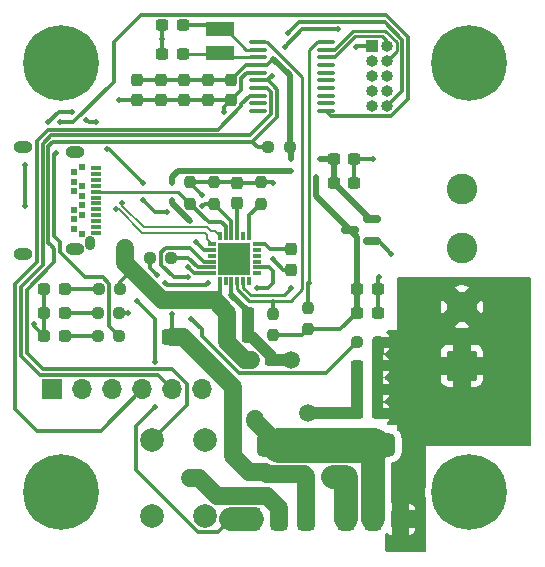
<source format=gbr>
%TF.GenerationSoftware,KiCad,Pcbnew,9.0.0*%
%TF.CreationDate,2025-07-23T16:42:47-04:00*%
%TF.ProjectId,USB_C_Simple_Trig,5553425f-435f-4536-996d-706c655f5472,rev?*%
%TF.SameCoordinates,Original*%
%TF.FileFunction,Copper,L1,Top*%
%TF.FilePolarity,Positive*%
%FSLAX46Y46*%
G04 Gerber Fmt 4.6, Leading zero omitted, Abs format (unit mm)*
G04 Created by KiCad (PCBNEW 9.0.0) date 2025-07-23 16:42:47*
%MOMM*%
%LPD*%
G01*
G04 APERTURE LIST*
G04 Aperture macros list*
%AMRoundRect*
0 Rectangle with rounded corners*
0 $1 Rounding radius*
0 $2 $3 $4 $5 $6 $7 $8 $9 X,Y pos of 4 corners*
0 Add a 4 corners polygon primitive as box body*
4,1,4,$2,$3,$4,$5,$6,$7,$8,$9,$2,$3,0*
0 Add four circle primitives for the rounded corners*
1,1,$1+$1,$2,$3*
1,1,$1+$1,$4,$5*
1,1,$1+$1,$6,$7*
1,1,$1+$1,$8,$9*
0 Add four rect primitives between the rounded corners*
20,1,$1+$1,$2,$3,$4,$5,0*
20,1,$1+$1,$4,$5,$6,$7,0*
20,1,$1+$1,$6,$7,$8,$9,0*
20,1,$1+$1,$8,$9,$2,$3,0*%
G04 Aperture macros list end*
%TA.AperFunction,ComponentPad*%
%ADD10C,6.400000*%
%TD*%
%TA.AperFunction,SMDPad,CuDef*%
%ADD11RoundRect,0.237500X0.237500X-0.300000X0.237500X0.300000X-0.237500X0.300000X-0.237500X-0.300000X0*%
%TD*%
%TA.AperFunction,SMDPad,CuDef*%
%ADD12R,0.889000X0.304800*%
%TD*%
%TA.AperFunction,ComponentPad*%
%ADD13C,0.609600*%
%TD*%
%TA.AperFunction,ComponentPad*%
%ADD14O,1.600200X1.016000*%
%TD*%
%TA.AperFunction,ComponentPad*%
%ADD15O,0.914400X1.193800*%
%TD*%
%TA.AperFunction,SMDPad,CuDef*%
%ADD16RoundRect,0.250000X-0.625000X0.400000X-0.625000X-0.400000X0.625000X-0.400000X0.625000X0.400000X0*%
%TD*%
%TA.AperFunction,SMDPad,CuDef*%
%ADD17RoundRect,0.237500X-0.287500X-0.237500X0.287500X-0.237500X0.287500X0.237500X-0.287500X0.237500X0*%
%TD*%
%TA.AperFunction,SMDPad,CuDef*%
%ADD18RoundRect,0.237500X0.250000X0.237500X-0.250000X0.237500X-0.250000X-0.237500X0.250000X-0.237500X0*%
%TD*%
%TA.AperFunction,SMDPad,CuDef*%
%ADD19RoundRect,0.237500X-0.250000X-0.237500X0.250000X-0.237500X0.250000X0.237500X-0.250000X0.237500X0*%
%TD*%
%TA.AperFunction,SMDPad,CuDef*%
%ADD20RoundRect,0.237500X-0.300000X-0.237500X0.300000X-0.237500X0.300000X0.237500X-0.300000X0.237500X0*%
%TD*%
%TA.AperFunction,SMDPad,CuDef*%
%ADD21RoundRect,0.237500X0.237500X-0.250000X0.237500X0.250000X-0.237500X0.250000X-0.237500X-0.250000X0*%
%TD*%
%TA.AperFunction,SMDPad,CuDef*%
%ADD22RoundRect,0.375000X0.375000X-0.625000X0.375000X0.625000X-0.375000X0.625000X-0.375000X-0.625000X0*%
%TD*%
%TA.AperFunction,SMDPad,CuDef*%
%ADD23RoundRect,0.500000X1.400000X-0.500000X1.400000X0.500000X-1.400000X0.500000X-1.400000X-0.500000X0*%
%TD*%
%TA.AperFunction,SMDPad,CuDef*%
%ADD24R,2.387600X1.193800*%
%TD*%
%TA.AperFunction,ComponentPad*%
%ADD25R,1.700000X1.700000*%
%TD*%
%TA.AperFunction,ComponentPad*%
%ADD26O,1.700000X1.700000*%
%TD*%
%TA.AperFunction,ComponentPad*%
%ADD27R,1.000000X1.000000*%
%TD*%
%TA.AperFunction,ComponentPad*%
%ADD28O,1.000000X1.000000*%
%TD*%
%TA.AperFunction,SMDPad,CuDef*%
%ADD29RoundRect,0.100000X-0.637500X-0.100000X0.637500X-0.100000X0.637500X0.100000X-0.637500X0.100000X0*%
%TD*%
%TA.AperFunction,SMDPad,CuDef*%
%ADD30R,0.300000X0.750000*%
%TD*%
%TA.AperFunction,SMDPad,CuDef*%
%ADD31R,0.750000X0.300000*%
%TD*%
%TA.AperFunction,SMDPad,CuDef*%
%ADD32R,2.700000X2.700000*%
%TD*%
%TA.AperFunction,SMDPad,CuDef*%
%ADD33RoundRect,0.237500X-0.237500X0.250000X-0.237500X-0.250000X0.237500X-0.250000X0.237500X0.250000X0*%
%TD*%
%TA.AperFunction,SMDPad,CuDef*%
%ADD34RoundRect,0.150000X0.587500X0.150000X-0.587500X0.150000X-0.587500X-0.150000X0.587500X-0.150000X0*%
%TD*%
%TA.AperFunction,ComponentPad*%
%ADD35C,2.000000*%
%TD*%
%TA.AperFunction,ComponentPad*%
%ADD36RoundRect,0.250000X1.050000X-1.050000X1.050000X1.050000X-1.050000X1.050000X-1.050000X-1.050000X0*%
%TD*%
%TA.AperFunction,ComponentPad*%
%ADD37C,2.600000*%
%TD*%
%TA.AperFunction,SMDPad,CuDef*%
%ADD38RoundRect,0.237500X-0.237500X0.300000X-0.237500X-0.300000X0.237500X-0.300000X0.237500X0.300000X0*%
%TD*%
%TA.AperFunction,SMDPad,CuDef*%
%ADD39RoundRect,0.237500X0.300000X0.237500X-0.300000X0.237500X-0.300000X-0.237500X0.300000X-0.237500X0*%
%TD*%
%TA.AperFunction,ViaPad*%
%ADD40C,0.500000*%
%TD*%
%TA.AperFunction,ViaPad*%
%ADD41C,1.500000*%
%TD*%
%TA.AperFunction,Conductor*%
%ADD42C,0.300000*%
%TD*%
%TA.AperFunction,Conductor*%
%ADD43C,1.500000*%
%TD*%
%TA.AperFunction,Conductor*%
%ADD44C,1.000000*%
%TD*%
%TA.AperFunction,Conductor*%
%ADD45C,0.500000*%
%TD*%
%TA.AperFunction,Conductor*%
%ADD46C,0.254000*%
%TD*%
%TA.AperFunction,Conductor*%
%ADD47C,2.000000*%
%TD*%
%TA.AperFunction,Conductor*%
%ADD48C,3.000000*%
%TD*%
%TA.AperFunction,Conductor*%
%ADD49C,0.200000*%
%TD*%
G04 APERTURE END LIST*
D10*
%TO.P,H1,1,1*%
%TO.N,GND*%
X157600000Y-89400000D03*
%TD*%
%TO.P,H2,1,1*%
%TO.N,GND*%
X157600000Y-125700000D03*
%TD*%
%TO.P,H3,1,1*%
%TO.N,GND*%
X123100000Y-89400000D03*
%TD*%
D11*
%TO.P,C1,2*%
%TO.N,GND*%
X138000000Y-99487500D03*
%TO.P,C1,1*%
%TO.N,Net-(IC1-IFB)*%
X138000000Y-101212500D03*
%TD*%
D12*
%TO.P,J1,A1,GND*%
%TO.N,GND*%
X126052400Y-98255507D03*
%TO.P,J1,A2,TX1+*%
%TO.N,unconnected-(J1-TX1+-PadA2)*%
X126052400Y-98755633D03*
%TO.P,J1,A3,TX1-*%
%TO.N,unconnected-(J1-TX1--PadA3)*%
X126052400Y-99255759D03*
%TO.P,J1,A4,VBUS*%
%TO.N,VBUS*%
X126052400Y-99755885D03*
%TO.P,J1,A5,CC1*%
%TO.N,/USB_C_IC/CC1*%
X126052400Y-100256011D03*
%TO.P,J1,A6,D+*%
%TO.N,/USB_C_IC/data_+*%
X126052400Y-100756137D03*
%TO.P,J1,A7,D-*%
%TO.N,/USB_C_IC/data_-*%
X126052400Y-101256263D03*
%TO.P,J1,A8,SBU1*%
%TO.N,unconnected-(J1-SBU1-PadA8)*%
X126052400Y-101756389D03*
%TO.P,J1,A9,VBUS*%
%TO.N,VBUS*%
X126052400Y-102256515D03*
%TO.P,J1,A10,RX2-*%
%TO.N,unconnected-(J1-RX2--PadA10)*%
X126052400Y-102756641D03*
%TO.P,J1,A11,RX2+*%
%TO.N,unconnected-(J1-RX2+-PadA11)*%
X126052400Y-103256767D03*
%TO.P,J1,A12,GND*%
%TO.N,GND*%
X126052400Y-103756893D03*
D13*
%TO.P,J1,B11,RX1+*%
%TO.N,unconnected-(J1-RX1+-PadB11)*%
X124137400Y-98606133D03*
%TO.P,J1,B10,RX1-*%
%TO.N,unconnected-(J1-RX1--PadB10)*%
X124137400Y-99406259D03*
%TO.P,J1,B8,SBU2*%
%TO.N,unconnected-(J1-SBU2-PadB8)*%
X124137400Y-100181011D03*
D14*
%TO.P,J1,26*%
%TO.N,N/C*%
X119847400Y-96516199D03*
D13*
%TO.P,J1,B5,CC2*%
%TO.N,/USB_C_IC/CC2*%
X124137400Y-101781389D03*
%TO.P,J1,B3,TX2-*%
%TO.N,unconnected-(J1-TX2--PadB3)*%
X124137400Y-102606141D03*
%TO.P,J1,B2,TX2+*%
%TO.N,unconnected-(J1-TX2+-PadB2)*%
X124137400Y-103406267D03*
%TO.P,J1,B12,GND*%
%TO.N,GND*%
X124837400Y-98206007D03*
D14*
%TO.P,J1,28*%
%TO.N,N/C*%
X119847400Y-105496201D03*
D13*
%TO.P,J1,B9,VBUS*%
%TO.N,VBUS*%
X124837400Y-99806385D03*
%TO.P,J1,B7,D-*%
%TO.N,/USB_C_IC/data_-*%
X124837400Y-100618637D03*
%TO.P,J1,B6,D+*%
%TO.N,/USB_C_IC/data_+*%
X124837400Y-101418763D03*
%TO.P,J1,B4,VBUS*%
%TO.N,VBUS*%
X124837400Y-102206015D03*
D14*
%TO.P,J1,25*%
%TO.N,N/C*%
X124247400Y-96876201D03*
D13*
%TO.P,J1,B1,GND*%
%TO.N,GND*%
X124837400Y-103806393D03*
D14*
%TO.P,J1,27*%
%TO.N,N/C*%
X124247400Y-105136199D03*
D15*
%TO.P,J1,29*%
X125487400Y-104606200D03*
%TD*%
D16*
%TO.P,R3,2*%
%TO.N,Net-(IC1-VCC)*%
X132500000Y-112550000D03*
%TO.P,R3,1*%
%TO.N,VBUS*%
X132500000Y-109450000D03*
%TD*%
D17*
%TO.P,D2,2,A*%
%TO.N,Net-(D2-A)*%
X123375000Y-108500000D03*
%TO.P,D2,1,K*%
%TO.N,GND*%
X121625000Y-108500000D03*
%TD*%
%TO.P,D1,2,A*%
%TO.N,Net-(D1-A)*%
X123375000Y-110500000D03*
%TO.P,D1,1,K*%
%TO.N,GND*%
X121625000Y-110500000D03*
%TD*%
%TO.P,D3,2,A*%
%TO.N,Net-(D3-A)*%
X123375000Y-112500000D03*
%TO.P,D3,1,K*%
%TO.N,GND*%
X121625000Y-112500000D03*
%TD*%
D18*
%TO.P,R2,2*%
%TO.N,Net-(D2-A)*%
X126262500Y-108500000D03*
%TO.P,R2,1*%
%TO.N,VBUS*%
X128087500Y-108500000D03*
%TD*%
D19*
%TO.P,R1,2*%
%TO.N,Net-(IC1-LED)*%
X128000000Y-110500000D03*
%TO.P,R1,1*%
%TO.N,Net-(D1-A)*%
X126175000Y-110500000D03*
%TD*%
%TO.P,R9,2*%
%TO.N,/MCU/STATUS_LED*%
X128000000Y-112500000D03*
%TO.P,R9,1*%
%TO.N,Net-(D3-A)*%
X126175000Y-112500000D03*
%TD*%
D20*
%TO.P,C5,2*%
%TO.N,GND*%
X149862500Y-108500000D03*
%TO.P,C5,1*%
%TO.N,+5V*%
X148137500Y-108500000D03*
%TD*%
%TO.P,C24,2*%
%TO.N,GND*%
X147862500Y-99500000D03*
%TO.P,C24,1*%
%TO.N,+3V3*%
X146137500Y-99500000D03*
%TD*%
%TO.P,C25,2*%
%TO.N,GND*%
X147862500Y-97490000D03*
%TO.P,C25,1*%
%TO.N,+3V3*%
X146137500Y-97490000D03*
%TD*%
D21*
%TO.P,R11,2*%
%TO.N,/MCU/I2C_SDA*%
X141000000Y-110587500D03*
%TO.P,R11,1*%
%TO.N,+5V*%
X141000000Y-112412500D03*
%TD*%
%TO.P,R10,2*%
%TO.N,/MCU/I2C_SCL*%
X144000000Y-110087500D03*
%TO.P,R10,1*%
%TO.N,+5V*%
X144000000Y-111912500D03*
%TD*%
D22*
%TO.P,Q2,3,S*%
%TO.N,VOUT*%
X151800000Y-128000000D03*
%TO.P,Q2,2,G*%
%TO.N,Net-(Q1-G)*%
X147200000Y-128000000D03*
D23*
%TO.P,Q2,1,D*%
%TO.N,Net-(Q1-D)*%
X149500000Y-121700000D03*
D22*
X149500000Y-128000000D03*
%TD*%
%TO.P,Q1,3,S*%
%TO.N,Net-(IC1-VCC)*%
X143800000Y-128000000D03*
%TO.P,Q1,2,G*%
%TO.N,Net-(Q1-G)*%
X139200000Y-128000000D03*
D23*
%TO.P,Q1,1,D*%
%TO.N,Net-(Q1-D)*%
X141500000Y-121700000D03*
D22*
X141500000Y-128000000D03*
%TD*%
D24*
%TO.P,Y1,1,1*%
%TO.N,/MCU/OSC_OUT*%
X136500000Y-88503300D03*
%TO.P,Y1,2,2*%
%TO.N,/MCU/OSC_IN*%
X136500000Y-86496700D03*
%TD*%
D25*
%TO.P,J3,1,Pin_1*%
%TO.N,GND*%
X122340000Y-117000000D03*
D26*
%TO.P,J3,2,Pin_2*%
%TO.N,unconnected-(J3-Pin_2-Pad2)*%
X124880000Y-117000000D03*
%TO.P,J3,3,Pin_3*%
%TO.N,unconnected-(J3-Pin_3-Pad3)*%
X127420000Y-117000000D03*
%TO.P,J3,4,Pin_4*%
%TO.N,/MCU/UART_RX*%
X129960000Y-117000000D03*
%TO.P,J3,5,Pin_5*%
%TO.N,/MCU/UART_TX*%
X132500000Y-117000000D03*
%TO.P,J3,6,Pin_6*%
%TO.N,unconnected-(J3-Pin_6-Pad6)*%
X135040000Y-117000000D03*
%TD*%
D27*
%TO.P,J4,1,VTref*%
%TO.N,+3V3*%
X149375000Y-87920000D03*
D28*
%TO.P,J4,2,SWDIO/TMS*%
%TO.N,/MCU/SWDIO*%
X150645000Y-87920000D03*
%TO.P,J4,3,GND*%
%TO.N,GND*%
X149375000Y-89190000D03*
%TO.P,J4,4,SWCLK/TCK*%
%TO.N,/MCU/SWCLK*%
X150645000Y-89190000D03*
%TO.P,J4,5,GND*%
%TO.N,GND*%
X149375000Y-90460000D03*
%TO.P,J4,6,SWO/TDO*%
%TO.N,unconnected-(J4-SWO{slash}TDO-Pad6)*%
X150645000Y-90460000D03*
%TO.P,J4,7,KEY*%
%TO.N,unconnected-(J4-KEY-Pad7)*%
X149375000Y-91730000D03*
%TO.P,J4,8,NC/TDI*%
%TO.N,unconnected-(J4-NC{slash}TDI-Pad8)*%
X150645000Y-91730000D03*
%TO.P,J4,9,GNDDetect*%
%TO.N,GND*%
X149375000Y-93000000D03*
%TO.P,J4,10,~{RESET}*%
%TO.N,/MCU/NRST*%
X150645000Y-93000000D03*
%TD*%
D10*
%TO.P,H4,1,1*%
%TO.N,GND*%
X123100000Y-125700000D03*
%TD*%
D19*
%TO.P,R12,1*%
%TO.N,Net-(Q1-G)*%
X130587500Y-105850000D03*
%TO.P,R12,2*%
%TO.N,/USB_C_IC/PWR_EN*%
X132412500Y-105850000D03*
%TD*%
D29*
%TO.P,U5,1,PB7*%
%TO.N,/MCU/I2C_SDA*%
X139775000Y-87575000D03*
%TO.P,U5,2,PC14*%
%TO.N,/MCU/OSC_IN*%
X139775000Y-88225000D03*
%TO.P,U5,3,PC15*%
%TO.N,/MCU/OSC_OUT*%
X139775000Y-88875000D03*
%TO.P,U5,4,VDD*%
%TO.N,+3V3*%
X139775000Y-89525000D03*
%TO.P,U5,5,VSS*%
%TO.N,GND*%
X139775000Y-90175000D03*
%TO.P,U5,6,PF2*%
%TO.N,/MCU/NRST*%
X139775000Y-90825000D03*
%TO.P,U5,7,PA0*%
%TO.N,/MCU/UART_TX*%
X139775000Y-91475000D03*
%TO.P,U5,8,PA1*%
%TO.N,/MCU/UART_RX*%
X139775000Y-92125000D03*
%TO.P,U5,9,PA2*%
%TO.N,unconnected-(U5-PA2-Pad9)*%
X139775000Y-92775000D03*
%TO.P,U5,10,PA3*%
%TO.N,unconnected-(U5-PA3-Pad10)*%
X139775000Y-93425000D03*
%TO.P,U5,11,PA4*%
%TO.N,/MCU/STATUS_LED*%
X145500000Y-93425000D03*
%TO.P,U5,12,PA5*%
%TO.N,unconnected-(U5-PA5-Pad12)*%
X145500000Y-92775000D03*
%TO.P,U5,13,PA6*%
%TO.N,unconnected-(U5-PA6-Pad13)*%
X145500000Y-92125000D03*
%TO.P,U5,14,PA7*%
%TO.N,unconnected-(U5-PA7-Pad14)*%
X145500000Y-91475000D03*
%TO.P,U5,15,PA8*%
%TO.N,unconnected-(U5-PA8-Pad15)*%
X145500000Y-90825000D03*
%TO.P,U5,16,PA9/PA11*%
%TO.N,unconnected-(U5-PA9{slash}PA11-Pad16)*%
X145500000Y-90175000D03*
%TO.P,U5,17,PA10/PA12*%
%TO.N,unconnected-(U5-PA10{slash}PA12-Pad17)*%
X145500000Y-89525000D03*
%TO.P,U5,18,PA13*%
%TO.N,/MCU/SWDIO*%
X145500000Y-88875000D03*
%TO.P,U5,19,PA14*%
%TO.N,/MCU/SWCLK*%
X145500000Y-88225000D03*
%TO.P,U5,20,PB6*%
%TO.N,/MCU/I2C_SCL*%
X145500000Y-87575000D03*
%TD*%
D30*
%TO.P,IC1,1,ISENP*%
%TO.N,VBUS*%
X136500000Y-107850000D03*
%TO.P,IC1,2,NC_1*%
%TO.N,unconnected-(IC1-NC_1-Pad2)*%
X137000000Y-107850000D03*
%TO.P,IC1,3,GND_1*%
%TO.N,GND*%
X137500000Y-107850000D03*
%TO.P,IC1,4,SDA*%
%TO.N,/MCU/I2C_SDA*%
X138000000Y-107850000D03*
%TO.P,IC1,5,SCL*%
%TO.N,/MCU/I2C_SCL*%
X138500000Y-107850000D03*
%TO.P,IC1,6,FLIP*%
%TO.N,unconnected-(IC1-FLIP-Pad6)*%
X139000000Y-107850000D03*
D31*
%TO.P,IC1,7,NC_2*%
%TO.N,unconnected-(IC1-NC_2-Pad7)*%
X139675000Y-107175000D03*
%TO.P,IC1,8,LED*%
%TO.N,Net-(IC1-LED)*%
X139675000Y-106675000D03*
%TO.P,IC1,9,INT*%
%TO.N,unconnected-(IC1-INT-Pad9)*%
X139675000Y-106175000D03*
%TO.P,IC1,10,NC_3*%
%TO.N,unconnected-(IC1-NC_3-Pad10)*%
X139675000Y-105675000D03*
%TO.P,IC1,11,NC_4*%
%TO.N,unconnected-(IC1-NC_4-Pad11)*%
X139675000Y-105175000D03*
%TO.P,IC1,12,V18*%
%TO.N,+1V8*%
X139675000Y-104675000D03*
D30*
%TO.P,IC1,13,OTP*%
%TO.N,Net-(IC1-OTP)*%
X139000000Y-104000000D03*
%TO.P,IC1,14,NC_5*%
%TO.N,unconnected-(IC1-NC_5-Pad14)*%
X138500000Y-104000000D03*
%TO.P,IC1,15,IFB*%
%TO.N,Net-(IC1-IFB)*%
X138000000Y-104000000D03*
%TO.P,IC1,16,CC2*%
%TO.N,/USB_C_IC/CC2*%
X137500000Y-104000000D03*
%TO.P,IC1,17,CC1*%
%TO.N,/USB_C_IC/CC1*%
X137000000Y-104000000D03*
%TO.P,IC1,18,DN*%
%TO.N,/USB_C_IC/data_-*%
X136500000Y-104000000D03*
D31*
%TO.P,IC1,19,DP*%
%TO.N,/USB_C_IC/data_+*%
X135825000Y-104675000D03*
%TO.P,IC1,20,V5V*%
%TO.N,+5V*%
X135825000Y-105175000D03*
%TO.P,IC1,21,NC_6*%
%TO.N,unconnected-(IC1-NC_6-Pad21)*%
X135825000Y-105675000D03*
%TO.P,IC1,22,VOUT*%
%TO.N,Net-(IC1-VOUT)*%
X135825000Y-106175000D03*
%TO.P,IC1,23,PWR_EN*%
%TO.N,/USB_C_IC/PWR_EN*%
X135825000Y-106675000D03*
%TO.P,IC1,24,VCC*%
%TO.N,Net-(IC1-VCC)*%
X135825000Y-107175000D03*
D32*
%TO.P,IC1,25,GND_2*%
%TO.N,GND*%
X137750000Y-105925000D03*
%TD*%
D33*
%TO.P,R5,1*%
%TO.N,GND*%
X134000000Y-99437500D03*
%TO.P,R5,2*%
%TO.N,/USB_C_IC/CC1*%
X134000000Y-101262500D03*
%TD*%
%TO.P,R4,1*%
%TO.N,GND*%
X136000000Y-99437500D03*
%TO.P,R4,2*%
%TO.N,/USB_C_IC/CC2*%
X136000000Y-101262500D03*
%TD*%
D34*
%TO.P,U10,1,GND*%
%TO.N,GND*%
X149437500Y-104450000D03*
%TO.P,U10,2,VO*%
%TO.N,+3V3*%
X149437500Y-102550000D03*
%TO.P,U10,3,VI*%
%TO.N,+5V*%
X147562500Y-103500000D03*
%TD*%
D35*
%TO.P,SW1,1,1*%
%TO.N,GND*%
X135250000Y-121250000D03*
X135250000Y-127750000D03*
%TO.P,SW1,2,2*%
%TO.N,/MCU/NRST*%
X130750000Y-121250000D03*
X130750000Y-127750000D03*
%TD*%
D18*
%TO.P,R8,1*%
%TO.N,+3V3*%
X142412500Y-96500000D03*
%TO.P,R8,2*%
%TO.N,/MCU/NRST*%
X140587500Y-96500000D03*
%TD*%
D19*
%TO.P,R7,1*%
%TO.N,Net-(IC1-VOUT)*%
X148087500Y-113000000D03*
%TO.P,R7,2*%
%TO.N,VOUT*%
X149912500Y-113000000D03*
%TD*%
D21*
%TO.P,R6,1*%
%TO.N,Net-(IC1-OTP)*%
X140000000Y-101262500D03*
%TO.P,R6,2*%
%TO.N,GND*%
X140000000Y-99437500D03*
%TD*%
D36*
%TO.P,J2,1,Pin_1*%
%TO.N,VOUT*%
X157000000Y-115000000D03*
D37*
%TO.P,J2,2,Pin_2*%
X157000000Y-110000000D03*
%TO.P,J2,3,Pin_3*%
%TO.N,GND*%
X157000000Y-105000000D03*
%TO.P,J2,4,Pin_4*%
X157000000Y-100000000D03*
%TD*%
D20*
%TO.P,C23,1*%
%TO.N,GND*%
X131637500Y-88625000D03*
%TO.P,C23,2*%
%TO.N,/MCU/OSC_OUT*%
X133362500Y-88625000D03*
%TD*%
%TO.P,C22,1*%
%TO.N,GND*%
X131637500Y-86125000D03*
%TO.P,C22,2*%
%TO.N,/MCU/OSC_IN*%
X133362500Y-86125000D03*
%TD*%
D38*
%TO.P,C21,1*%
%TO.N,+3V3*%
X137500000Y-90762500D03*
%TO.P,C21,2*%
%TO.N,GND*%
X137500000Y-92487500D03*
%TD*%
%TO.P,C20,1*%
%TO.N,+3V3*%
X135500000Y-90762500D03*
%TO.P,C20,2*%
%TO.N,GND*%
X135500000Y-92487500D03*
%TD*%
%TO.P,C19,1*%
%TO.N,+3V3*%
X133500000Y-90762500D03*
%TO.P,C19,2*%
%TO.N,GND*%
X133500000Y-92487500D03*
%TD*%
%TO.P,C18,1*%
%TO.N,+3V3*%
X131500000Y-90762500D03*
%TO.P,C18,2*%
%TO.N,GND*%
X131500000Y-92487500D03*
%TD*%
%TO.P,C17,1*%
%TO.N,+3V3*%
X129500000Y-90762500D03*
%TO.P,C17,2*%
%TO.N,GND*%
X129500000Y-92487500D03*
%TD*%
D39*
%TO.P,C10,1*%
%TO.N,VOUT*%
X149862500Y-115000000D03*
%TO.P,C10,2*%
%TO.N,GND*%
X148137500Y-115000000D03*
%TD*%
%TO.P,C9,1*%
%TO.N,VOUT*%
X149862500Y-117000000D03*
%TO.P,C9,2*%
%TO.N,GND*%
X148137500Y-117000000D03*
%TD*%
%TO.P,C8,1*%
%TO.N,VOUT*%
X149862500Y-119020000D03*
%TO.P,C8,2*%
%TO.N,GND*%
X148137500Y-119020000D03*
%TD*%
D38*
%TO.P,C7,1*%
%TO.N,+1V8*%
X142500000Y-105137500D03*
%TO.P,C7,2*%
%TO.N,GND*%
X142500000Y-106862500D03*
%TD*%
D20*
%TO.P,C6,1*%
%TO.N,+5V*%
X148137500Y-110500000D03*
%TO.P,C6,2*%
%TO.N,GND*%
X149862500Y-110500000D03*
%TD*%
%TO.P,C4,1*%
%TO.N,VBUS*%
X139137500Y-114500000D03*
%TO.P,C4,2*%
%TO.N,GND*%
X140862500Y-114500000D03*
%TD*%
%TO.P,C3,1*%
%TO.N,VBUS*%
X137137500Y-112520000D03*
%TO.P,C3,2*%
%TO.N,GND*%
X138862500Y-112520000D03*
%TD*%
%TO.P,C2,1*%
%TO.N,VBUS*%
X137137500Y-110500000D03*
%TO.P,C2,2*%
%TO.N,GND*%
X138862500Y-110500000D03*
%TD*%
D40*
%TO.N,GND*%
X131637500Y-87350000D03*
%TO.N,/USB_C_IC/CC2*%
X122000000Y-94400000D03*
X124000000Y-93500000D03*
X125185202Y-94185201D03*
X120000000Y-98000000D03*
X126000000Y-94400000D03*
X127000000Y-96617201D03*
X130000000Y-99500000D03*
X130000000Y-101000000D03*
X132000000Y-102000000D03*
X135043015Y-101456985D03*
X120000000Y-101500000D03*
D41*
%TO.N,GND*%
X142500000Y-114500000D03*
X144000000Y-119000000D03*
D40*
X150000000Y-107500000D03*
X151000000Y-105500000D03*
X149500000Y-97500000D03*
X128000000Y-92500000D03*
X141000000Y-106000000D03*
%TO.N,Net-(IC1-LED)*%
X128750000Y-110500000D03*
X131900000Y-108000000D03*
X139689468Y-108423000D03*
X135500000Y-108000000D03*
%TO.N,GND*%
X137500000Y-109000000D03*
X137750000Y-105925000D03*
X135000000Y-100500000D03*
X141000000Y-99500000D03*
X136900000Y-93500000D03*
%TO.N,Net-(IC1-VCC)*%
X133825735Y-106674265D03*
X132500000Y-110650000D03*
%TO.N,Net-(IC1-VOUT)*%
X134100000Y-111000000D03*
X133825735Y-107522794D03*
%TO.N,Net-(Q1-G)*%
X131000000Y-118500000D03*
X130989381Y-114698000D03*
X129500000Y-109500000D03*
X131186029Y-107313971D03*
%TO.N,GND*%
X120753000Y-111500000D03*
%TO.N,/MCU/STATUS_LED*%
X122602000Y-97000000D03*
X123000000Y-94400000D03*
%TO.N,+3V3*%
X145000000Y-97500000D03*
X142500000Y-97500000D03*
%TO.N,+5V*%
X134500000Y-104500000D03*
X134000000Y-102725000D03*
X132500000Y-99500000D03*
X144654000Y-99000000D03*
X142500000Y-98500000D03*
X132500000Y-101000000D03*
D41*
%TO.N,Net-(Q1-D)*%
X139500000Y-119500000D03*
X134000000Y-124500000D03*
%TO.N,Net-(Q1-G)*%
X146099000Y-124401000D03*
X137500000Y-128000000D03*
%TO.N,VBUS*%
X128500000Y-105000000D03*
D40*
%TO.N,/MCU/NRST*%
X140943236Y-90423265D03*
X142325735Y-86825735D03*
%TO.N,+3V3*%
X141000000Y-89000000D03*
X142000000Y-88000000D03*
X146500000Y-86500000D03*
X148000000Y-88000000D03*
%TO.N,/MCU/I2C_SCL*%
X142500000Y-108423000D03*
X144077000Y-108000000D03*
%TO.N,/USB_C_IC/data_+*%
X127734835Y-101765165D03*
%TO.N,/USB_C_IC/data_-*%
X128265165Y-101234835D03*
%TD*%
D42*
%TO.N,GND*%
X131637500Y-87350000D02*
X131637500Y-88625000D01*
X131637500Y-86125000D02*
X131637500Y-87350000D01*
X131650000Y-88612500D02*
X131637500Y-88625000D01*
X136900000Y-93500000D02*
X136900000Y-93100000D01*
X137500000Y-92500000D02*
X137500000Y-92487500D01*
X136900000Y-93100000D02*
X137500000Y-92500000D01*
%TO.N,Net-(IC1-VOUT)*%
X145486500Y-115601000D02*
X148087500Y-113000000D01*
X135000000Y-112439423D02*
X138161577Y-115601000D01*
X135000000Y-111900000D02*
X135000000Y-112439423D01*
X138161577Y-115601000D02*
X145486500Y-115601000D01*
X134100000Y-111000000D02*
X135000000Y-111900000D01*
%TO.N,Net-(IC1-LED)*%
X128750000Y-110500000D02*
X128000000Y-110500000D01*
%TO.N,GND*%
X120753000Y-111628000D02*
X121625000Y-112500000D01*
X120753000Y-111500000D02*
X120753000Y-111628000D01*
%TO.N,VBUS*%
X128087500Y-107912500D02*
X129087500Y-106912500D01*
D43*
X129087500Y-106912500D02*
X128500000Y-106325000D01*
D42*
X128087500Y-108500000D02*
X128087500Y-107912500D01*
%TO.N,/USB_C_IC/CC2*%
X120000000Y-98000000D02*
X120000000Y-101500000D01*
X122900000Y-93500000D02*
X122000000Y-94400000D01*
X124000000Y-93500000D02*
X122900000Y-93500000D01*
X126000000Y-94400000D02*
X125400001Y-94400000D01*
X127117201Y-96617201D02*
X127000000Y-96617201D01*
X131000000Y-102000000D02*
X130000000Y-101000000D01*
X130000000Y-99500000D02*
X127117201Y-96617201D01*
X132000000Y-102000000D02*
X131000000Y-102000000D01*
X135237500Y-101262500D02*
X135043015Y-101456985D01*
X125400001Y-94400000D02*
X125185202Y-94185201D01*
X136000000Y-101262500D02*
X135237500Y-101262500D01*
D44*
%TO.N,GND*%
X138862500Y-112520000D02*
X138862500Y-110500000D01*
X139209524Y-112520000D02*
X138862500Y-112520000D01*
X140862500Y-114172976D02*
X139209524Y-112520000D01*
X140862500Y-114500000D02*
X140862500Y-114172976D01*
X140862500Y-114500000D02*
X142500000Y-114500000D01*
X146020000Y-119020000D02*
X148137500Y-119020000D01*
X144000000Y-119000000D02*
X146000000Y-119000000D01*
X146000000Y-119000000D02*
X146020000Y-119020000D01*
X148137500Y-117000000D02*
X148137500Y-119020000D01*
X148137500Y-115000000D02*
X148137500Y-117000000D01*
D42*
X149862500Y-107637500D02*
X150000000Y-107500000D01*
X149862500Y-108500000D02*
X149862500Y-107637500D01*
X149862500Y-108500000D02*
X149862500Y-110500000D01*
X149950000Y-104450000D02*
X151000000Y-105500000D01*
X149437500Y-104450000D02*
X149950000Y-104450000D01*
X149490000Y-97490000D02*
X149500000Y-97500000D01*
X147862500Y-97490000D02*
X149490000Y-97490000D01*
X147862500Y-97490000D02*
X147862500Y-99500000D01*
X128012500Y-92487500D02*
X128000000Y-92500000D01*
X129500000Y-92487500D02*
X128012500Y-92487500D01*
X141862500Y-106862500D02*
X141000000Y-106000000D01*
X142500000Y-106862500D02*
X141862500Y-106862500D01*
%TO.N,Net-(IC1-LED)*%
X135376206Y-108123794D02*
X132023794Y-108123794D01*
X132023794Y-108123794D02*
X131900000Y-108000000D01*
X135500000Y-108000000D02*
X135376206Y-108123794D01*
%TO.N,Net-(IC1-VOUT)*%
X132670794Y-107522794D02*
X131574000Y-106426000D01*
X133825735Y-107522794D02*
X132670794Y-107522794D01*
X131574000Y-106455923D02*
X131574000Y-106426000D01*
X131936154Y-105000000D02*
X134000000Y-105000000D01*
X134000000Y-105000000D02*
X135175000Y-106175000D01*
X131574000Y-105362154D02*
X131936154Y-105000000D01*
X135175000Y-106175000D02*
X135825000Y-106175000D01*
X131574000Y-106426000D02*
X131574000Y-105362154D01*
%TO.N,Net-(IC1-VCC)*%
X133825735Y-106674265D02*
X134326470Y-107175000D01*
X134326470Y-107175000D02*
X135825000Y-107175000D01*
%TO.N,Net-(IC1-LED)*%
X141000000Y-108000000D02*
X140577000Y-108423000D01*
X141000000Y-107000000D02*
X141000000Y-108000000D01*
X140577000Y-108423000D02*
X139689468Y-108423000D01*
X140675000Y-106675000D02*
X141000000Y-107000000D01*
X139675000Y-106675000D02*
X140675000Y-106675000D01*
D45*
%TO.N,GND*%
X138862500Y-110362500D02*
X137500000Y-109000000D01*
X138862500Y-110500000D02*
X138862500Y-110362500D01*
D42*
X137500000Y-107850000D02*
X137500000Y-109000000D01*
X134000000Y-99500000D02*
X135000000Y-100500000D01*
X134000000Y-99437500D02*
X134000000Y-99500000D01*
X140937500Y-99437500D02*
X141000000Y-99500000D01*
X140000000Y-99437500D02*
X140937500Y-99437500D01*
X139950000Y-99487500D02*
X140000000Y-99437500D01*
X138000000Y-99487500D02*
X139950000Y-99487500D01*
X137950000Y-99437500D02*
X138000000Y-99487500D01*
X136000000Y-99437500D02*
X137950000Y-99437500D01*
X134000000Y-99437500D02*
X136000000Y-99437500D01*
%TO.N,Net-(IC1-VCC)*%
X132500000Y-110650000D02*
X132500000Y-112550000D01*
%TO.N,/USB_C_IC/PWR_EN*%
X133850000Y-105850000D02*
X132412500Y-105850000D01*
X134675000Y-106675000D02*
X133850000Y-105850000D01*
X135825000Y-106675000D02*
X134675000Y-106675000D01*
%TO.N,Net-(Q1-G)*%
X134690398Y-129101000D02*
X136399000Y-129101000D01*
X136399000Y-129101000D02*
X137500000Y-128000000D01*
X129399000Y-120101000D02*
X129399000Y-123809602D01*
X129399000Y-123809602D02*
X134690398Y-129101000D01*
X131000000Y-118500000D02*
X129399000Y-120101000D01*
X131000000Y-114687381D02*
X130989381Y-114698000D01*
X131000000Y-111000000D02*
X131000000Y-114687381D01*
X129500000Y-109500000D02*
X131000000Y-111000000D01*
X130587500Y-106715442D02*
X131186029Y-107313971D01*
X130587500Y-105850000D02*
X130587500Y-106715442D01*
%TO.N,GND*%
X121625000Y-110500000D02*
X121625000Y-112500000D01*
X121625000Y-108500000D02*
X121625000Y-110500000D01*
%TO.N,Net-(D3-A)*%
X123375000Y-112500000D02*
X126175000Y-112500000D01*
%TO.N,Net-(D1-A)*%
X126175000Y-110500000D02*
X123375000Y-110500000D01*
%TO.N,Net-(D2-A)*%
X126262500Y-108500000D02*
X123375000Y-108500000D01*
%TO.N,/MCU/STATUS_LED*%
X127161500Y-111661500D02*
X128000000Y-112500000D01*
X126588846Y-107500000D02*
X127161500Y-108072654D01*
X125104292Y-107500000D02*
X126588846Y-107500000D01*
X123001000Y-105396708D02*
X125104292Y-107500000D01*
X122503000Y-104000000D02*
X123001000Y-104498000D01*
X122503000Y-97099000D02*
X122503000Y-104000000D01*
X123001000Y-104498000D02*
X123001000Y-105396708D01*
X124121873Y-94400000D02*
X123000000Y-94400000D01*
X127551000Y-90970873D02*
X124121873Y-94400000D01*
X127551000Y-87599057D02*
X127551000Y-90970873D01*
X152452000Y-87171517D02*
X150579483Y-85299000D01*
X127161500Y-108072654D02*
X127161500Y-111661500D01*
X152452000Y-92396496D02*
X152452000Y-87171517D01*
X122602000Y-97000000D02*
X122503000Y-97099000D01*
X150997496Y-93851000D02*
X152452000Y-92396496D01*
X150579483Y-85299000D02*
X129851057Y-85299000D01*
X145926000Y-93851000D02*
X150997496Y-93851000D01*
X145500000Y-93425000D02*
X145926000Y-93851000D01*
X129851057Y-85299000D02*
X127551000Y-87599057D01*
%TO.N,+3V3*%
X140503082Y-89525000D02*
X139775000Y-89525000D01*
X141000000Y-89028082D02*
X140503082Y-89525000D01*
X141000000Y-89000000D02*
X141000000Y-89028082D01*
D45*
X142412500Y-96500000D02*
X142412500Y-90412500D01*
X142412500Y-90412500D02*
X141000000Y-89000000D01*
X142500000Y-96587500D02*
X142412500Y-96500000D01*
X142500000Y-97500000D02*
X142500000Y-96587500D01*
X145010000Y-97490000D02*
X145000000Y-97500000D01*
X146137500Y-97490000D02*
X145010000Y-97490000D01*
X146137500Y-99500000D02*
X146137500Y-97490000D01*
X149437500Y-102550000D02*
X149187500Y-102550000D01*
X149187500Y-102550000D02*
X146137500Y-99500000D01*
D42*
%TO.N,+5V*%
X135175000Y-105175000D02*
X134500000Y-104500000D01*
X135825000Y-105175000D02*
X135175000Y-105175000D01*
D45*
X133994734Y-102725000D02*
X134000000Y-102725000D01*
X132500000Y-101230266D02*
X133994734Y-102725000D01*
X132500000Y-101000000D02*
X132500000Y-101230266D01*
X132500000Y-99000000D02*
X132500000Y-99500000D01*
X142500000Y-98500000D02*
X133000000Y-98500000D01*
X133000000Y-98500000D02*
X132500000Y-99000000D01*
X144654000Y-100591500D02*
X144654000Y-99000000D01*
X147562500Y-103500000D02*
X144654000Y-100591500D01*
X148137500Y-104075000D02*
X147562500Y-103500000D01*
X148137500Y-108500000D02*
X148137500Y-104075000D01*
X148137500Y-108500000D02*
X148137500Y-110500000D01*
D42*
X144000000Y-111912500D02*
X146725000Y-111912500D01*
X146725000Y-111912500D02*
X148137500Y-110500000D01*
X143500000Y-112412500D02*
X144000000Y-111912500D01*
X141000000Y-112412500D02*
X143500000Y-112412500D01*
D46*
%TO.N,/MCU/I2C_SDA*%
X143500000Y-108500000D02*
X143500000Y-90562501D01*
D42*
X141000000Y-110587500D02*
X141000000Y-109500000D01*
D46*
X141000000Y-109500000D02*
X142500000Y-109500000D01*
D42*
%TO.N,/MCU/I2C_SCL*%
X144000000Y-108077000D02*
X144077000Y-108000000D01*
X144000000Y-110087500D02*
X144000000Y-108077000D01*
D43*
%TO.N,Net-(Q1-D)*%
X139500000Y-119700000D02*
X141500000Y-121700000D01*
X139500000Y-119500000D02*
X139500000Y-119700000D01*
X134759131Y-124500000D02*
X134000000Y-124500000D01*
X136259131Y-126000000D02*
X134759131Y-124500000D01*
X141500000Y-128000000D02*
X141500000Y-127000000D01*
X141500000Y-127000000D02*
X140500000Y-126000000D01*
X140500000Y-126000000D02*
X136259131Y-126000000D01*
D47*
%TO.N,Net-(Q1-G)*%
X137500000Y-128000000D02*
X139200000Y-128000000D01*
D43*
%TO.N,Net-(IC1-VCC)*%
X143800000Y-124300000D02*
X143800000Y-128000000D01*
X140333763Y-124000000D02*
X140484763Y-124151000D01*
X143651000Y-124151000D02*
X143800000Y-124300000D01*
X139000000Y-124000000D02*
X140333763Y-124000000D01*
X140484763Y-124151000D02*
X143651000Y-124151000D01*
X137649000Y-116824000D02*
X137649000Y-122649000D01*
X133375000Y-112550000D02*
X137649000Y-116824000D01*
X132500000Y-112550000D02*
X133375000Y-112550000D01*
X137649000Y-122649000D02*
X139000000Y-124000000D01*
D47*
%TO.N,Net-(Q1-G)*%
X147200000Y-124401000D02*
X147200000Y-128000000D01*
X146099000Y-124401000D02*
X147200000Y-124401000D01*
%TO.N,Net-(Q1-D)*%
X149500000Y-128000000D02*
X149500000Y-122700000D01*
X149500000Y-122700000D02*
X148500000Y-121700000D01*
D48*
X148500000Y-121700000D02*
X149500000Y-121700000D01*
X141500000Y-121700000D02*
X148500000Y-121700000D01*
D42*
%TO.N,VBUS*%
X136500000Y-109037500D02*
X136087500Y-109450000D01*
X136500000Y-107850000D02*
X136500000Y-109037500D01*
D43*
X138617626Y-114500000D02*
X139137500Y-114500000D01*
X137137500Y-113019874D02*
X138617626Y-114500000D01*
X137137500Y-112520000D02*
X137137500Y-113019874D01*
X137137500Y-110500000D02*
X137137500Y-112520000D01*
X136087500Y-109450000D02*
X137137500Y-110500000D01*
X132500000Y-109450000D02*
X136087500Y-109450000D01*
X128500000Y-106325000D02*
X128500000Y-105000000D01*
X131625000Y-109450000D02*
X129087500Y-106912500D01*
X132500000Y-109450000D02*
X131625000Y-109450000D01*
D42*
%TO.N,+1V8*%
X140787500Y-105137500D02*
X142500000Y-105137500D01*
X140325000Y-104675000D02*
X140787500Y-105137500D01*
X139675000Y-104675000D02*
X140325000Y-104675000D01*
%TO.N,/MCU/UART_TX*%
X121299000Y-115799000D02*
X131299000Y-115799000D01*
X119652000Y-114152000D02*
X121299000Y-115799000D01*
X119652000Y-108348000D02*
X119652000Y-114152000D01*
X121501000Y-106499000D02*
X119652000Y-108348000D01*
X121501000Y-96207520D02*
X121501000Y-106499000D01*
X136572367Y-95500000D02*
X136571366Y-95501000D01*
X131299000Y-115799000D02*
X132500000Y-117000000D01*
X139078082Y-95500000D02*
X136572367Y-95500000D01*
X140863500Y-93714582D02*
X139078082Y-95500000D01*
X122207520Y-95501000D02*
X121501000Y-96207520D01*
X140863500Y-91826001D02*
X140863500Y-93714582D01*
X136571366Y-95501000D02*
X122207520Y-95501000D01*
X140512499Y-91475000D02*
X140863500Y-91826001D01*
X139775000Y-91475000D02*
X140512499Y-91475000D01*
%TO.N,/MCU/UART_RX*%
X121000000Y-120500000D02*
X126460000Y-120500000D01*
X119151000Y-118651000D02*
X121000000Y-120500000D01*
X119151000Y-108099000D02*
X119151000Y-118651000D01*
X121000000Y-106250000D02*
X119151000Y-108099000D01*
X136363846Y-95000000D02*
X122000000Y-95000000D01*
X121000000Y-96000000D02*
X121000000Y-106250000D01*
X126460000Y-120500000D02*
X129960000Y-117000000D01*
X138326000Y-93037846D02*
X136363846Y-95000000D01*
X138326000Y-92845918D02*
X138326000Y-93037846D01*
X139775000Y-92125000D02*
X139046918Y-92125000D01*
X139046918Y-92125000D02*
X138326000Y-92845918D01*
X122000000Y-95000000D02*
X121000000Y-96000000D01*
D46*
%TO.N,/USB_C_IC/CC1*%
X132993511Y-100256011D02*
X134000000Y-101262500D01*
X126054400Y-100256011D02*
X132993511Y-100256011D01*
D42*
%TO.N,Net-(IC1-OTP)*%
X139000000Y-104000000D02*
X139000000Y-102262500D01*
X139000000Y-102262500D02*
X140000000Y-101262500D01*
%TO.N,Net-(IC1-IFB)*%
X138000000Y-104000000D02*
X138000000Y-101212500D01*
%TO.N,/USB_C_IC/CC2*%
X137500000Y-102762500D02*
X136000000Y-101262500D01*
X137500000Y-104000000D02*
X137500000Y-102762500D01*
%TO.N,/USB_C_IC/CC1*%
X135561500Y-102824000D02*
X134000000Y-101262500D01*
X137000000Y-103176000D02*
X136648000Y-102824000D01*
X137000000Y-104000000D02*
X137000000Y-103176000D01*
X136648000Y-102824000D02*
X135561500Y-102824000D01*
%TO.N,/MCU/NRST*%
X139752200Y-96500000D02*
X140587500Y-96500000D01*
X139269401Y-96017201D02*
X139752200Y-96500000D01*
X140943236Y-90423265D02*
X140904817Y-90423265D01*
X140503082Y-90825000D02*
X139775000Y-90825000D01*
X140904817Y-90423265D02*
X140503082Y-90825000D01*
D46*
%TO.N,/MCU/I2C_SCL*%
X144762501Y-87575000D02*
X144077000Y-88260501D01*
X145500000Y-87575000D02*
X144762501Y-87575000D01*
X144077000Y-88260501D02*
X144077000Y-108000000D01*
D42*
%TO.N,/MCU/NRST*%
X141071020Y-94215582D02*
X139269401Y-96017201D01*
X122206521Y-106500000D02*
X122206520Y-106500000D01*
X122500000Y-106206520D02*
X122206521Y-106500000D01*
X122500000Y-106206520D02*
X122500000Y-106206521D01*
X141071020Y-94215582D02*
X141071021Y-94215582D01*
X141364500Y-93922103D02*
X141071020Y-94215582D01*
X122206520Y-106500000D02*
X120151000Y-108555521D01*
X141364500Y-93922102D02*
X141364500Y-93922103D01*
X141364500Y-92622103D02*
X141364500Y-93507062D01*
X141364500Y-92207061D02*
X141364500Y-92622103D01*
X141364500Y-91627897D02*
X141364500Y-92033521D01*
X141364500Y-91618481D02*
X141364500Y-91627897D01*
X141364500Y-91618480D02*
X141364500Y-91618481D01*
X141071021Y-91325001D02*
X141071020Y-91325001D01*
X141071021Y-91325001D02*
X141364500Y-91618480D01*
X141364500Y-92033521D02*
X141364500Y-92042939D01*
X141013499Y-91267480D02*
X141071021Y-91325001D01*
X141364500Y-92042939D02*
X141364500Y-92207061D01*
X140571019Y-90825000D02*
X140720019Y-90974000D01*
X141013499Y-91267479D02*
X141013499Y-91267480D01*
X139775000Y-90825000D02*
X140571019Y-90825000D01*
X141364500Y-93507062D02*
X141364500Y-93922102D01*
X140720020Y-90974000D02*
X141013499Y-91267479D01*
X140720019Y-90974000D02*
X140720020Y-90974000D01*
X143252470Y-85899000D02*
X142325735Y-86825735D01*
X150470963Y-85899000D02*
X143252470Y-85899000D01*
X151951000Y-87379037D02*
X150470963Y-85899000D01*
X151951000Y-91694000D02*
X151951000Y-87379037D01*
X150645000Y-93000000D02*
X151951000Y-91694000D01*
%TO.N,+3V3*%
X143500000Y-86500000D02*
X142000000Y-88000000D01*
X146500000Y-86500000D02*
X143500000Y-86500000D01*
X148080000Y-87920000D02*
X148000000Y-88000000D01*
X149375000Y-87920000D02*
X148080000Y-87920000D01*
D46*
%TO.N,/MCU/SWCLK*%
X146195554Y-88225000D02*
X145500000Y-88225000D01*
X150532969Y-86637000D02*
X147783554Y-86637000D01*
X151473000Y-87577031D02*
X150532969Y-86637000D01*
X151473000Y-88362000D02*
X151473000Y-87577031D01*
X147783554Y-86637000D02*
X146195554Y-88225000D01*
X150645000Y-89190000D02*
X151473000Y-88362000D01*
%TO.N,/MCU/SWDIO*%
X146195554Y-88875000D02*
X145500000Y-88875000D01*
X147978554Y-87092000D02*
X146195554Y-88875000D01*
X150203000Y-87092000D02*
X147978554Y-87092000D01*
X150645000Y-87534000D02*
X150203000Y-87092000D01*
X150645000Y-87920000D02*
X150645000Y-87534000D01*
%TO.N,/MCU/I2C_SCL*%
X138500000Y-108387532D02*
X138500000Y-107850000D01*
X139112468Y-109000000D02*
X138500000Y-108387532D01*
X141923000Y-109000000D02*
X139112468Y-109000000D01*
X142500000Y-108423000D02*
X141923000Y-109000000D01*
%TO.N,/MCU/I2C_SDA*%
X143500000Y-90562501D02*
X140512499Y-87575000D01*
X142500000Y-109500000D02*
X143500000Y-108500000D01*
X138969000Y-109500000D02*
X141000000Y-109500000D01*
X138000000Y-108531000D02*
X138969000Y-109500000D01*
X140512499Y-87575000D02*
X139775000Y-87575000D01*
X138000000Y-107850000D02*
X138000000Y-108531000D01*
%TO.N,/MCU/OSC_OUT*%
X135881600Y-88625000D02*
X133362500Y-88625000D01*
X136003300Y-88503300D02*
X135881600Y-88625000D01*
X136500000Y-88503300D02*
X136003300Y-88503300D01*
D42*
%TO.N,/MCU/OSC_IN*%
X136128300Y-86125000D02*
X136500000Y-86496700D01*
X133362500Y-86125000D02*
X136128300Y-86125000D01*
%TO.N,GND*%
X129500000Y-92487500D02*
X131500000Y-92487500D01*
X131500000Y-92487500D02*
X133500000Y-92487500D01*
X133500000Y-92487500D02*
X135500000Y-92487500D01*
X137500000Y-92487500D02*
X135500000Y-92487500D01*
X138326000Y-91661500D02*
X137500000Y-92487500D01*
X138825000Y-90175000D02*
X138326000Y-90674000D01*
X138326000Y-90674000D02*
X138326000Y-91661500D01*
X139775000Y-90175000D02*
X138825000Y-90175000D01*
%TO.N,+3V3*%
X129500000Y-90762500D02*
X131500000Y-90762500D01*
X133500000Y-90762500D02*
X131500000Y-90762500D01*
X135500000Y-90762500D02*
X133500000Y-90762500D01*
X137500000Y-90762500D02*
X135500000Y-90762500D01*
X138737500Y-89525000D02*
X137500000Y-90762500D01*
X139775000Y-89525000D02*
X138737500Y-89525000D01*
D46*
%TO.N,/MCU/OSC_OUT*%
X136871700Y-88875000D02*
X136500000Y-88503300D01*
X139775000Y-88875000D02*
X136871700Y-88875000D01*
%TO.N,/MCU/OSC_IN*%
X138725000Y-88225000D02*
X136996700Y-86496700D01*
X136996700Y-86496700D02*
X136500000Y-86496700D01*
X139775000Y-88225000D02*
X138725000Y-88225000D01*
D49*
%TO.N,/USB_C_IC/data_-*%
X128265165Y-101446966D02*
X128265165Y-101234835D01*
X135418198Y-103275000D02*
X130093198Y-103275000D01*
X135745450Y-103602252D02*
X135418198Y-103275000D01*
X136102252Y-103602252D02*
X135745450Y-103602252D01*
X136500000Y-104000000D02*
X136102252Y-103602252D01*
%TO.N,/USB_C_IC/data_+*%
X127946966Y-101765165D02*
X127734835Y-101765165D01*
X135231802Y-103725000D02*
X129906802Y-103725000D01*
X135427252Y-103920450D02*
X135231802Y-103725000D01*
X129906802Y-103725000D02*
X127946966Y-101765165D01*
X135825000Y-104675000D02*
X135427252Y-104277252D01*
%TO.N,/USB_C_IC/data_-*%
X130093198Y-103275000D02*
X128265165Y-101446966D01*
%TO.N,/USB_C_IC/data_+*%
X135427252Y-104277252D02*
X135427252Y-103920450D01*
D42*
%TO.N,+3V3*%
X141000000Y-89000000D02*
X141000000Y-89037499D01*
%TO.N,/MCU/NRST*%
X133701000Y-118299000D02*
X130750000Y-121250000D01*
X133701000Y-117497471D02*
X133701000Y-118299000D01*
X133701000Y-116502529D02*
X133701000Y-117497471D01*
X132997471Y-115799000D02*
X133701000Y-116502529D01*
X131506521Y-115298000D02*
X132496471Y-115298000D01*
X130664992Y-115298000D02*
X131091480Y-115298000D01*
X130249950Y-115298000D02*
X130664992Y-115298000D01*
X129670050Y-115298000D02*
X130249950Y-115298000D01*
X129255008Y-115298000D02*
X129670050Y-115298000D01*
X120153000Y-113944480D02*
X121506520Y-115298000D01*
X121506520Y-115298000D02*
X129255008Y-115298000D01*
X131091480Y-115298000D02*
X131506521Y-115298000D01*
X120153000Y-108555521D02*
X120153000Y-113944480D01*
X132496471Y-115298000D02*
X132997471Y-115799000D01*
X122500000Y-105793480D02*
X122500000Y-106206520D01*
X122500000Y-105789480D02*
X122498000Y-105791480D01*
X122500000Y-105084960D02*
X122500000Y-105789480D01*
X122498000Y-105791480D02*
X122500000Y-105793480D01*
X122500000Y-105084960D02*
X122500000Y-105084959D01*
X122206521Y-104791480D02*
X122500000Y-105084960D01*
X122002000Y-104584960D02*
X122208521Y-104791480D01*
X122002000Y-96415040D02*
X122002000Y-104584960D01*
X122399839Y-96017201D02*
X122002000Y-96415040D01*
X139269401Y-96017201D02*
X122399839Y-96017201D01*
%TD*%
%TA.AperFunction,Conductor*%
%TO.N,VOUT*%
G36*
X162792538Y-107519685D02*
G01*
X162838293Y-107572489D01*
X162849499Y-107624000D01*
X162849499Y-121676000D01*
X162829814Y-121743039D01*
X162777010Y-121788794D01*
X162725499Y-121800000D01*
X153950000Y-121800000D01*
X153950000Y-125069441D01*
X153947617Y-125093632D01*
X153935137Y-125156369D01*
X153899500Y-125518209D01*
X153899500Y-125881790D01*
X153935136Y-126243620D01*
X153935138Y-126243633D01*
X153941967Y-126277967D01*
X153946050Y-126298492D01*
X153947617Y-126306366D01*
X153950000Y-126330558D01*
X153950000Y-130617174D01*
X153930315Y-130684213D01*
X153877511Y-130729968D01*
X153826000Y-130741174D01*
X150624000Y-130741174D01*
X150556961Y-130721489D01*
X150511206Y-130668685D01*
X150500000Y-130617174D01*
X150500000Y-129288546D01*
X150506821Y-129265314D01*
X150509380Y-129241235D01*
X150518338Y-129226094D01*
X150519685Y-129221507D01*
X150527341Y-129210874D01*
X150553675Y-129178112D01*
X150611015Y-129138196D01*
X150680837Y-129135616D01*
X150740970Y-129171194D01*
X150746967Y-129178115D01*
X150802632Y-129247366D01*
X150802633Y-129247367D01*
X150950972Y-129366606D01*
X151050000Y-129415719D01*
X151050000Y-129415718D01*
X152550000Y-129415718D01*
X152649027Y-129366606D01*
X152797366Y-129247367D01*
X152797367Y-129247366D01*
X152916607Y-129099025D01*
X152916609Y-129099022D01*
X153001168Y-128928523D01*
X153045566Y-128750000D01*
X152550000Y-128750000D01*
X152550000Y-129415718D01*
X151050000Y-129415718D01*
X151050000Y-127250000D01*
X152550000Y-127250000D01*
X153045566Y-127250000D01*
X153001168Y-127071476D01*
X152916609Y-126900977D01*
X152916607Y-126900974D01*
X152797367Y-126752633D01*
X152797366Y-126752632D01*
X152649025Y-126633392D01*
X152550000Y-126584280D01*
X152550000Y-127250000D01*
X151050000Y-127250000D01*
X151050000Y-126579736D01*
X151012544Y-126537882D01*
X151000500Y-126484573D01*
X151000500Y-123305390D01*
X151020185Y-123238351D01*
X151072989Y-123192596D01*
X151090382Y-123186176D01*
X151273049Y-123133909D01*
X151453407Y-123039698D01*
X151611109Y-122911109D01*
X151739698Y-122753407D01*
X151833909Y-122573049D01*
X151889886Y-122377418D01*
X151900500Y-122258037D01*
X151900499Y-121141964D01*
X151889886Y-121022582D01*
X151833909Y-120826951D01*
X151739698Y-120646593D01*
X151611109Y-120488891D01*
X151611107Y-120488889D01*
X151611106Y-120488888D01*
X151545638Y-120435505D01*
X151506122Y-120377884D01*
X151500000Y-120339404D01*
X151500000Y-120000000D01*
X150762345Y-120000000D01*
X150695306Y-119980315D01*
X150649551Y-119927511D01*
X150639607Y-119858353D01*
X150668632Y-119794797D01*
X150674664Y-119788319D01*
X150744944Y-119718038D01*
X150744947Y-119718034D01*
X150835448Y-119571311D01*
X150835453Y-119571300D01*
X150860737Y-119495000D01*
X149986500Y-119495000D01*
X149919461Y-119475315D01*
X149873706Y-119422511D01*
X149862500Y-119371000D01*
X149862500Y-119020000D01*
X149511500Y-119020000D01*
X149444461Y-119000315D01*
X149398706Y-118947511D01*
X149387500Y-118896000D01*
X149387500Y-118545000D01*
X150337500Y-118545000D01*
X150860736Y-118545000D01*
X150835453Y-118468699D01*
X150835448Y-118468688D01*
X150744947Y-118321965D01*
X150744944Y-118321961D01*
X150623038Y-118200055D01*
X150623034Y-118200052D01*
X150486016Y-118115538D01*
X150439291Y-118063590D01*
X150428070Y-117994628D01*
X150455913Y-117930546D01*
X150486016Y-117904462D01*
X150623034Y-117819947D01*
X150623038Y-117819944D01*
X150744944Y-117698038D01*
X150744947Y-117698034D01*
X150835448Y-117551311D01*
X150835453Y-117551300D01*
X150860737Y-117475000D01*
X150337500Y-117475000D01*
X150337500Y-118545000D01*
X149387500Y-118545000D01*
X149387500Y-116525000D01*
X150337500Y-116525000D01*
X150860736Y-116525000D01*
X150835453Y-116448699D01*
X150835448Y-116448688D01*
X150744947Y-116301965D01*
X150744944Y-116301961D01*
X150623039Y-116180056D01*
X150502228Y-116105539D01*
X150497233Y-116099986D01*
X155200001Y-116099986D01*
X155210494Y-116202697D01*
X155265641Y-116369119D01*
X155265643Y-116369124D01*
X155357684Y-116518345D01*
X155481654Y-116642315D01*
X155630875Y-116734356D01*
X155630880Y-116734358D01*
X155797302Y-116789505D01*
X155797309Y-116789506D01*
X155900019Y-116799999D01*
X156249999Y-116799999D01*
X157750000Y-116799999D01*
X158099972Y-116799999D01*
X158099986Y-116799998D01*
X158202697Y-116789505D01*
X158369119Y-116734358D01*
X158369124Y-116734356D01*
X158518345Y-116642315D01*
X158642315Y-116518345D01*
X158734356Y-116369124D01*
X158734358Y-116369119D01*
X158789505Y-116202697D01*
X158789506Y-116202690D01*
X158799999Y-116099986D01*
X158800000Y-116099973D01*
X158800000Y-115750000D01*
X157750000Y-115750000D01*
X157750000Y-116799999D01*
X156249999Y-116799999D01*
X156250000Y-116799998D01*
X156250000Y-115750000D01*
X155200001Y-115750000D01*
X155200001Y-116099986D01*
X150497233Y-116099986D01*
X150455504Y-116053591D01*
X150444282Y-115984628D01*
X150472125Y-115920546D01*
X150502228Y-115894461D01*
X150623039Y-115819943D01*
X150744944Y-115698038D01*
X150744947Y-115698034D01*
X150784728Y-115633541D01*
X150835448Y-115551311D01*
X150835453Y-115551300D01*
X150860737Y-115475000D01*
X150337500Y-115475000D01*
X150337500Y-116525000D01*
X149387500Y-116525000D01*
X149387500Y-114935981D01*
X156350000Y-114935981D01*
X156350000Y-115064019D01*
X156374979Y-115189598D01*
X156423978Y-115307890D01*
X156495112Y-115414351D01*
X156585649Y-115504888D01*
X156692110Y-115576022D01*
X156810402Y-115625021D01*
X156935981Y-115650000D01*
X157064019Y-115650000D01*
X157189598Y-115625021D01*
X157307890Y-115576022D01*
X157414351Y-115504888D01*
X157504888Y-115414351D01*
X157576022Y-115307890D01*
X157625021Y-115189598D01*
X157650000Y-115064019D01*
X157650000Y-114935981D01*
X157625021Y-114810402D01*
X157576022Y-114692110D01*
X157504888Y-114585649D01*
X157414351Y-114495112D01*
X157307890Y-114423978D01*
X157189598Y-114374979D01*
X157064019Y-114350000D01*
X156935981Y-114350000D01*
X156810402Y-114374979D01*
X156692110Y-114423978D01*
X156585649Y-114495112D01*
X156495112Y-114585649D01*
X156423978Y-114692110D01*
X156374979Y-114810402D01*
X156350000Y-114935981D01*
X149387500Y-114935981D01*
X149387500Y-114105000D01*
X150337500Y-114105000D01*
X150337500Y-114525000D01*
X150860736Y-114525000D01*
X150835453Y-114448699D01*
X150835448Y-114448688D01*
X150744947Y-114301965D01*
X150744944Y-114301961D01*
X150623039Y-114180056D01*
X150502228Y-114105539D01*
X150502224Y-114105534D01*
X150502221Y-114105534D01*
X150481700Y-114082716D01*
X150455504Y-114053591D01*
X150455503Y-114053586D01*
X150455500Y-114053583D01*
X150448758Y-114012132D01*
X150444282Y-113984628D01*
X150444283Y-113984623D01*
X150444283Y-113984619D01*
X150460928Y-113946315D01*
X150472125Y-113920546D01*
X150472128Y-113920543D01*
X150472130Y-113920539D01*
X150472205Y-113920473D01*
X150494955Y-113900013D01*
X155200000Y-113900013D01*
X155200000Y-114250000D01*
X156250000Y-114250000D01*
X157750000Y-114250000D01*
X158799999Y-114250000D01*
X158799999Y-113900028D01*
X158799998Y-113900013D01*
X158789505Y-113797302D01*
X158734358Y-113630880D01*
X158734356Y-113630875D01*
X158642315Y-113481654D01*
X158518345Y-113357684D01*
X158369124Y-113265643D01*
X158369119Y-113265641D01*
X158202697Y-113210494D01*
X158202690Y-113210493D01*
X158099986Y-113200000D01*
X157750000Y-113200000D01*
X157750000Y-114250000D01*
X156250000Y-114250000D01*
X156250000Y-113200000D01*
X155900028Y-113200000D01*
X155900012Y-113200001D01*
X155797302Y-113210494D01*
X155630880Y-113265641D01*
X155630875Y-113265643D01*
X155481654Y-113357684D01*
X155357684Y-113481654D01*
X155265643Y-113630875D01*
X155265641Y-113630880D01*
X155210494Y-113797302D01*
X155210493Y-113797309D01*
X155200000Y-113900013D01*
X150494955Y-113900013D01*
X150498373Y-113896939D01*
X150642410Y-113800572D01*
X150744944Y-113698038D01*
X150744947Y-113698034D01*
X150835448Y-113551311D01*
X150835453Y-113551300D01*
X150860737Y-113475000D01*
X150387500Y-113475000D01*
X150387500Y-114003638D01*
X150367815Y-114070677D01*
X150351181Y-114091319D01*
X150337500Y-114105000D01*
X149387500Y-114105000D01*
X149387500Y-113996362D01*
X149407185Y-113929323D01*
X149423819Y-113908681D01*
X149437500Y-113895000D01*
X149437500Y-113124000D01*
X149457185Y-113056961D01*
X149509989Y-113011206D01*
X149561500Y-113000000D01*
X149912500Y-113000000D01*
X149912500Y-112649000D01*
X149932185Y-112581961D01*
X149984989Y-112536206D01*
X150036500Y-112525000D01*
X150860736Y-112525000D01*
X150835453Y-112448699D01*
X150835448Y-112448688D01*
X150744947Y-112301965D01*
X150744944Y-112301961D01*
X150654664Y-112211681D01*
X150621179Y-112150358D01*
X150626163Y-112080666D01*
X150668035Y-112024733D01*
X150733499Y-112000316D01*
X150742345Y-112000000D01*
X151500000Y-112000000D01*
X151500000Y-111688319D01*
X156372338Y-111688319D01*
X156372338Y-111688320D01*
X156420152Y-111708125D01*
X156420165Y-111708129D01*
X156648087Y-111769201D01*
X156882014Y-111799999D01*
X156882029Y-111800000D01*
X157117971Y-111800000D01*
X157117985Y-111799999D01*
X157351914Y-111769200D01*
X157579834Y-111708130D01*
X157627660Y-111688319D01*
X157000001Y-111060660D01*
X157000000Y-111060660D01*
X156372338Y-111688319D01*
X151500000Y-111688319D01*
X151500000Y-109882014D01*
X155200000Y-109882014D01*
X155200000Y-110117985D01*
X155230798Y-110351912D01*
X155291871Y-110579837D01*
X155311678Y-110627660D01*
X155311679Y-110627660D01*
X155939340Y-110000000D01*
X155939340Y-109999999D01*
X155875322Y-109935981D01*
X156350000Y-109935981D01*
X156350000Y-110064019D01*
X156374979Y-110189598D01*
X156423978Y-110307890D01*
X156495112Y-110414351D01*
X156585649Y-110504888D01*
X156692110Y-110576022D01*
X156810402Y-110625021D01*
X156935981Y-110650000D01*
X157064019Y-110650000D01*
X157189598Y-110625021D01*
X157307890Y-110576022D01*
X157414351Y-110504888D01*
X157504888Y-110414351D01*
X157576022Y-110307890D01*
X157625021Y-110189598D01*
X157650000Y-110064019D01*
X157650000Y-109999999D01*
X158060660Y-109999999D01*
X158060660Y-110000000D01*
X158688319Y-110627660D01*
X158708130Y-110579834D01*
X158769200Y-110351914D01*
X158799999Y-110117985D01*
X158800000Y-110117971D01*
X158800000Y-109882028D01*
X158799999Y-109882014D01*
X158769201Y-109648087D01*
X158708129Y-109420165D01*
X158708125Y-109420152D01*
X158688320Y-109372338D01*
X158688319Y-109372338D01*
X158060660Y-109999999D01*
X157650000Y-109999999D01*
X157650000Y-109935981D01*
X157625021Y-109810402D01*
X157576022Y-109692110D01*
X157504888Y-109585649D01*
X157414351Y-109495112D01*
X157307890Y-109423978D01*
X157189598Y-109374979D01*
X157064019Y-109350000D01*
X156935981Y-109350000D01*
X156810402Y-109374979D01*
X156692110Y-109423978D01*
X156585649Y-109495112D01*
X156495112Y-109585649D01*
X156423978Y-109692110D01*
X156374979Y-109810402D01*
X156350000Y-109935981D01*
X155875322Y-109935981D01*
X155311679Y-109372338D01*
X155291872Y-109420159D01*
X155291868Y-109420170D01*
X155230798Y-109648087D01*
X155200000Y-109882014D01*
X151500000Y-109882014D01*
X151500000Y-108311679D01*
X156372338Y-108311679D01*
X157000000Y-108939340D01*
X157000001Y-108939340D01*
X157627660Y-108311679D01*
X157627660Y-108311678D01*
X157579837Y-108291871D01*
X157351912Y-108230798D01*
X157117985Y-108200000D01*
X156882014Y-108200000D01*
X156648087Y-108230798D01*
X156420170Y-108291868D01*
X156420159Y-108291872D01*
X156372338Y-108311679D01*
X151500000Y-108311679D01*
X151500000Y-107624000D01*
X151519685Y-107556961D01*
X151572489Y-107511206D01*
X151624000Y-107500000D01*
X162725499Y-107500000D01*
X162792538Y-107519685D01*
G37*
%TD.AperFunction*%
%TD*%
M02*

</source>
